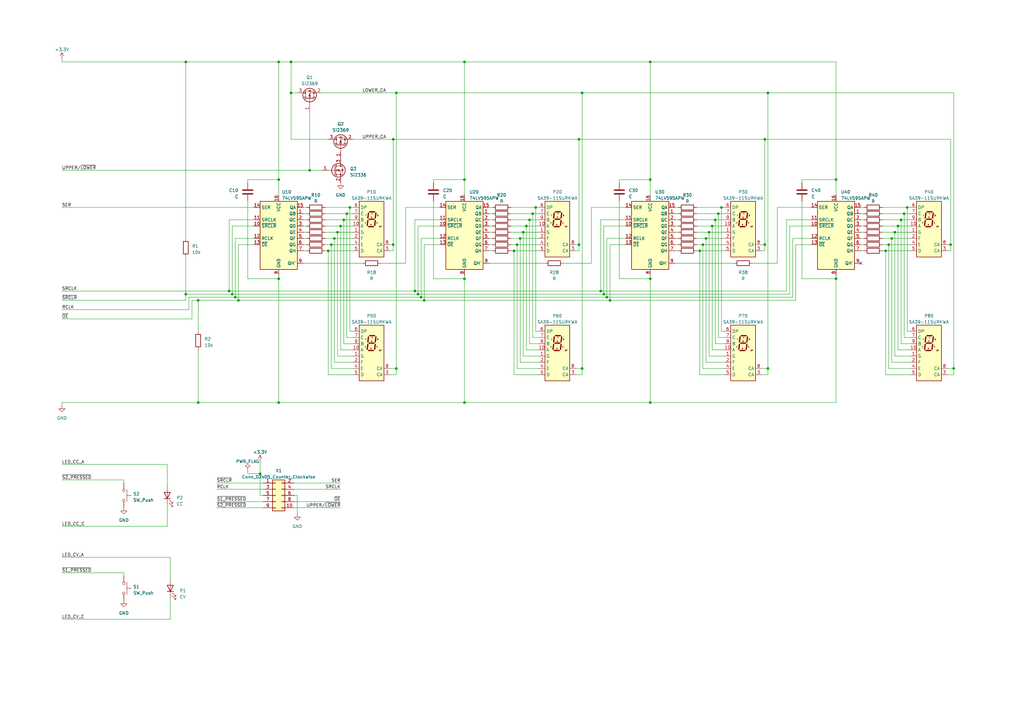
<source format=kicad_sch>
(kicad_sch (version 20230121) (generator eeschema)
  (paper "A3")
  (title_block (title "meterkit development hardware") (date "2023-05-22") (rev "0"))
  (lib_symbols
    (symbol "74xx:74HC595"
      (property "Reference" "U" (at -7.62 13.97 0))
      (property "Value" "74HC595" (at -7.62 -16.51 0))
      (symbol "74HC595_1_0"
        (pin tri_state line (at 10.16 7.62 180) (length 2.54) (name "QB") (number "1"))
        (pin input line (at -10.16 2.54 0) (length 2.54) (name "~{SRCLR}") (number "10"))
        (pin input line (at -10.16 5.08 0) (length 2.54) (name "SRCLK") (number "11"))
        (pin input line (at -10.16 -2.54 0) (length 2.54) (name "RCLK") (number "12"))
        (pin input line (at -10.16 -5.08 0) (length 2.54) (name "~{OE}") (number "13"))
        (pin input line (at -10.16 10.16 0) (length 2.54) (name "SER") (number "14"))
        (pin tri_state line (at 10.16 10.16 180) (length 2.54) (name "QA") (number "15"))
        (pin power_in line (at 0 15.24 270) (length 2.54) (name "VCC") (number "16"))
        (pin tri_state line (at 10.16 5.08 180) (length 2.54) (name "QC") (number "2"))
        (pin tri_state line (at 10.16 2.54 180) (length 2.54) (name "QD") (number "3"))
        (pin tri_state line (at 10.16 0 180) (length 2.54) (name "QE") (number "4"))
        (pin tri_state line (at 10.16 -2.54 180) (length 2.54) (name "QF") (number "5"))
        (pin tri_state line (at 10.16 -5.08 180) (length 2.54) (name "QG") (number "6"))
        (pin tri_state line (at 10.16 -7.62 180) (length 2.54) (name "QH") (number "7"))
        (pin power_in line (at 0 -17.78 90) (length 2.54) (name "GND") (number "8"))
        (pin output line (at 10.16 -12.7 180) (length 2.54) (name "QH'") (number "9"))
      )
      (symbol "74HC595_1_1"
        (rectangle (start -7.62 12.7) (end 7.62 -15.24) (stroke (width 0.254)) (fill (type background)))
      )
    )
    (symbol "Connector_Generic:Conn_02x05_Odd_Even" (pin_names (offset 1.016) hide)
      (property "Reference" "J" (at 1.27 7.62 0))
      (property "Value" "Conn_02x05_Odd_Even" (at 1.27 -7.62 0))
      (symbol "Conn_02x05_Odd_Even_1_1"
        (rectangle (start -1.27 -4.953) (end 0 -5.207) (stroke (width 0.1524)))
        (rectangle (start -1.27 -2.413) (end 0 -2.667) (stroke (width 0.1524)))
        (rectangle (start -1.27 0.127) (end 0 -0.127) (stroke (width 0.1524)))
        (rectangle (start -1.27 2.667) (end 0 2.413) (stroke (width 0.1524)))
        (rectangle (start -1.27 5.207) (end 0 4.953) (stroke (width 0.1524)))
        (rectangle (start -1.27 6.35) (end 3.81 -6.35) (stroke (width 0.254)) (fill (type background)))
        (rectangle (start 3.81 -4.953) (end 2.54 -5.207) (stroke (width 0.1524)))
        (rectangle (start 3.81 -2.413) (end 2.54 -2.667) (stroke (width 0.1524)))
        (rectangle (start 3.81 0.127) (end 2.54 -0.127) (stroke (width 0.1524)))
        (rectangle (start 3.81 2.667) (end 2.54 2.413) (stroke (width 0.1524)))
        (rectangle (start 3.81 5.207) (end 2.54 4.953) (stroke (width 0.1524)))
        (pin passive line (at -5.08 5.08 0) (length 3.81) (name "Pin_1") (number "1"))
        (pin passive line (at 7.62 -5.08 180) (length 3.81) (name "Pin_10") (number "10"))
        (pin passive line (at 7.62 5.08 180) (length 3.81) (name "Pin_2") (number "2"))
        (pin passive line (at -5.08 2.54 0) (length 3.81) (name "Pin_3") (number "3"))
        (pin passive line (at 7.62 2.54 180) (length 3.81) (name "Pin_4") (number "4"))
        (pin passive line (at -5.08 0 0) (length 3.81) (name "Pin_5") (number "5"))
        (pin passive line (at 7.62 0 180) (length 3.81) (name "Pin_6") (number "6"))
        (pin passive line (at -5.08 -2.54 0) (length 3.81) (name "Pin_7") (number "7"))
        (pin passive line (at 7.62 -2.54 180) (length 3.81) (name "Pin_8") (number "8"))
        (pin passive line (at -5.08 -5.08 0) (length 3.81) (name "Pin_9") (number "9"))
      )
    )
    (symbol "Device:C" (pin_numbers hide) (pin_names (offset 0.254))
      (property "Reference" "C" (at 0.635 2.54 0))
      (property "Value" "C" (at 0.635 -2.54 0))
      (symbol "C_0_1"
        (polyline (pts (xy -2.032 -0.762) (xy 2.032 -0.762)) (stroke (width 0.508)))
        (polyline (pts (xy -2.032 0.762) (xy 2.032 0.762)) (stroke (width 0.508)))
      )
      (symbol "C_1_1"
        (pin passive line (at 0 3.81 270) (length 2.794) (name "~") (number "1"))
        (pin passive line (at 0 -3.81 90) (length 2.794) (name "~") (number "2"))
      )
    )
    (symbol "Device:LED" (pin_numbers hide) (pin_names (offset 1.016) hide)
      (property "Reference" "D" (at 0 2.54 0))
      (property "Value" "LED" (at 0 -2.54 0))
      (symbol "LED_0_1"
        (polyline (pts (xy -1.27 -1.27) (xy -1.27 1.27)) (stroke (width 0.254)))
        (polyline (pts (xy -1.27 0) (xy 1.27 0)))
        (polyline (pts (xy 1.27 -1.27) (xy 1.27 1.27) (xy -1.27 0) (xy 1.27 -1.27)) (stroke (width 0.254)))
        (polyline (pts (xy -3.048 -0.762) (xy -4.572 -2.286) (xy -3.81 -2.286) (xy -4.572 -2.286) (xy -4.572 -1.524)))
        (polyline (pts (xy -1.778 -0.762) (xy -3.302 -2.286) (xy -2.54 -2.286) (xy -3.302 -2.286) (xy -3.302 -1.524)))
      )
      (symbol "LED_1_1"
        (pin passive line (at -3.81 0 0) (length 2.54) (name "K") (number "1"))
        (pin passive line (at 3.81 0 180) (length 2.54) (name "A") (number "2"))
      )
    )
    (symbol "Device:Q_NMOS_GSD" (pin_names (offset 0) hide)
      (property "Reference" "Q" (at 5.08 1.27 0))
      (property "Value" "Q_NMOS_GSD" (at 5.08 -1.27 0))
      (symbol "Q_NMOS_GSD_0_1"
        (polyline (pts (xy 0.254 0) (xy -2.54 0)))
        (polyline (pts (xy 0.254 1.905) (xy 0.254 -1.905)) (stroke (width 0.254)))
        (polyline (pts (xy 0.762 -1.27) (xy 0.762 -2.286)) (stroke (width 0.254)))
        (polyline (pts (xy 0.762 0.508) (xy 0.762 -0.508)) (stroke (width 0.254)))
        (polyline (pts (xy 0.762 2.286) (xy 0.762 1.27)) (stroke (width 0.254)))
        (polyline (pts (xy 2.54 2.54) (xy 2.54 1.778)))
        (polyline (pts (xy 2.54 -2.54) (xy 2.54 0) (xy 0.762 0)))
        (polyline (pts (xy 0.762 -1.778) (xy 3.302 -1.778) (xy 3.302 1.778) (xy 0.762 1.778)))
        (polyline (pts (xy 1.016 0) (xy 2.032 0.381) (xy 2.032 -0.381) (xy 1.016 0)) (fill (type outline)))
        (polyline (pts (xy 2.794 0.508) (xy 2.921 0.381) (xy 3.683 0.381) (xy 3.81 0.254)))
        (polyline (pts (xy 3.302 0.381) (xy 2.921 -0.254) (xy 3.683 -0.254) (xy 3.302 0.381)))
        (circle (center 1.651 0) (radius 2.794) (stroke (width 0.254)))
        (circle (center 2.54 -1.778) (radius 0.254) (fill (type outline)))
        (circle (center 2.54 1.778) (radius 0.254) (fill (type outline)))
      )
      (symbol "Q_NMOS_GSD_1_1"
        (pin input line (at -5.08 0 0) (length 2.54) (name "G") (number "1"))
        (pin passive line (at 2.54 -5.08 90) (length 2.54) (name "S") (number "2"))
        (pin passive line (at 2.54 5.08 270) (length 2.54) (name "D") (number "3"))
      )
    )
    (symbol "Device:Q_PMOS_GSD" (pin_names (offset 0) hide)
      (property "Reference" "Q" (at 5.08 1.27 0))
      (property "Value" "Q_PMOS_GSD" (at 5.08 -1.27 0))
      (symbol "Q_PMOS_GSD_0_1"
        (polyline (pts (xy 0.254 0) (xy -2.54 0)))
        (polyline (pts (xy 0.254 1.905) (xy 0.254 -1.905)) (stroke (width 0.254)))
        (polyline (pts (xy 0.762 -1.27) (xy 0.762 -2.286)) (stroke (width 0.254)))
        (polyline (pts (xy 0.762 0.508) (xy 0.762 -0.508)) (stroke (width 0.254)))
        (polyline (pts (xy 0.762 2.286) (xy 0.762 1.27)) (stroke (width 0.254)))
        (polyline (pts (xy 2.54 2.54) (xy 2.54 1.778)))
        (polyline (pts (xy 2.54 -2.54) (xy 2.54 0) (xy 0.762 0)))
        (polyline (pts (xy 0.762 1.778) (xy 3.302 1.778) (xy 3.302 -1.778) (xy 0.762 -1.778)))
        (polyline (pts (xy 2.286 0) (xy 1.27 0.381) (xy 1.27 -0.381) (xy 2.286 0)) (fill (type outline)))
        (polyline (pts (xy 2.794 -0.508) (xy 2.921 -0.381) (xy 3.683 -0.381) (xy 3.81 -0.254)))
        (polyline (pts (xy 3.302 -0.381) (xy 2.921 0.254) (xy 3.683 0.254) (xy 3.302 -0.381)))
        (circle (center 1.651 0) (radius 2.794) (stroke (width 0.254)))
        (circle (center 2.54 -1.778) (radius 0.254) (fill (type outline)))
        (circle (center 2.54 1.778) (radius 0.254) (fill (type outline)))
      )
      (symbol "Q_PMOS_GSD_1_1"
        (pin input line (at -5.08 0 0) (length 2.54) (name "G") (number "1"))
        (pin passive line (at 2.54 -5.08 90) (length 2.54) (name "S") (number "2"))
        (pin passive line (at 2.54 5.08 270) (length 2.54) (name "D") (number "3"))
      )
    )
    (symbol "Device:R" (pin_numbers hide) (pin_names (offset 0))
      (property "Reference" "R" (at 2.032 0 90))
      (property "Value" "R" (at 0 0 90))
      (symbol "R_0_1"
        (rectangle (start -1.016 -2.54) (end 1.016 2.54) (stroke (width 0.254)))
      )
      (symbol "R_1_1"
        (pin passive line (at 0 3.81 270) (length 1.27) (name "~") (number "1"))
        (pin passive line (at 0 -3.81 90) (length 1.27) (name "~") (number "2"))
      )
    )
    (symbol "Switch:SW_Push" (pin_numbers hide) (pin_names (offset 1.016) hide)
      (property "Reference" "SW" (at 1.27 2.54 0))
      (property "Value" "SW_Push" (at 0 -1.524 0))
      (symbol "SW_Push_0_1"
        (circle (center -2.032 0) (radius 0.508))
        (polyline (pts (xy 0 1.27) (xy 0 3.048)))
        (polyline (pts (xy 2.54 1.27) (xy -2.54 1.27)))
        (circle (center 2.032 0) (radius 0.508))
        (pin passive line (at -5.08 0 0) (length 2.54) (name "1") (number "1"))
        (pin passive line (at 5.08 0 180) (length 2.54) (name "2") (number "2"))
      )
    )
    (symbol "meterkit:7segment1digit"
      (property "Reference" "P?" (at 0 13.97 0))
      (property "Value" "SA39-11SURKWA" (at 0 11.43 0))
      (symbol "7segment1digit_1_0"
        (text "A" (at 0.254 5.08 0) (effects (font (size 0.508 0.508))))
        (text "B" (at 2.54 4.318 0) (effects (font (size 0.508 0.508))))
        (text "C" (at 2.286 1.27 0) (effects (font (size 0.508 0.508))))
        (text "D" (at -0.254 0.508 0) (effects (font (size 0.508 0.508))))
        (text "DP" (at 3.556 -0.254 0) (effects (font (size 0.508 0.508))))
        (text "E" (at -2.54 1.27 0) (effects (font (size 0.508 0.508))))
        (text "F" (at -2.286 4.318 0) (effects (font (size 0.508 0.508))))
        (text "G" (at 0 3.556 0) (effects (font (size 0.508 0.508))))
      )
      (symbol "7segment1digit_1_1"
        (rectangle (start -5.08 10.16) (end 5.08 -12.7) (stroke (width 0.254)) (fill (type background)))
        (polyline (pts (xy -1.524 2.286) (xy -1.778 0.254)) (stroke (width 0.508)))
        (polyline (pts (xy -1.27 -0.254) (xy 0.762 -0.254)) (stroke (width 0.508)))
        (polyline (pts (xy -1.27 5.334) (xy -1.524 3.302)) (stroke (width 0.508)))
        (polyline (pts (xy -1.016 2.794) (xy 1.016 2.794)) (stroke (width 0.508)))
        (polyline (pts (xy -0.762 5.842) (xy 1.27 5.842)) (stroke (width 0.508)))
        (polyline (pts (xy 1.524 2.286) (xy 1.27 0.254)) (stroke (width 0.508)))
        (polyline (pts (xy 1.778 5.334) (xy 1.524 3.302)) (stroke (width 0.508)))
        (polyline (pts (xy 2.54 -0.254) (xy 2.54 -0.254)) (stroke (width 0.508)))
        (pin input line (at -7.62 -2.54 0) (length 2.54) (name "G") (number "1"))
        (pin input line (at -7.62 0 0) (length 2.54) (name "A") (number "10"))
        (pin input line (at -7.62 -5.08 0) (length 2.54) (name "F") (number "2"))
        (pin input line (at 7.62 -10.16 180) (length 2.54) (name "CA") (number "3"))
        (pin input line (at -7.62 -7.62 0) (length 2.54) (name "E") (number "4"))
        (pin input line (at -7.62 -10.16 0) (length 2.54) (name "D") (number "5"))
        (pin input line (at -7.62 7.62 0) (length 2.54) (name "DP") (number "6"))
        (pin input line (at -7.62 5.08 0) (length 2.54) (name "C") (number "7"))
        (pin input line (at 7.62 -7.62 180) (length 2.54) (name "CA") (number "8"))
        (pin input line (at -7.62 2.54 0) (length 2.54) (name "B") (number "9"))
      )
    )
    (symbol "power:+3.3V" (power) (pin_names (offset 0))
      (property "Value" "+3.3V" (at 0 3.556 0))
      (symbol "+3.3V_0_1"
        (polyline (pts (xy -0.762 1.27) (xy 0 2.54)))
        (polyline (pts (xy 0 0) (xy 0 2.54)))
        (polyline (pts (xy 0 2.54) (xy 0.762 1.27)))
      )
      (symbol "+3.3V_1_1"
        (pin power_in line (at 0 0 90) (length 0) hide (name "+3.3V") (number "1"))
      )
    )
    (symbol "power:GND" (power) (pin_names (offset 0))
      (property "Value" "GND" (at 0 -3.81 0))
      (symbol "GND_0_1"
        (polyline (pts (xy 0 0) (xy 0 -1.27) (xy 1.27 -1.27) (xy 0 -2.54) (xy -1.27 -1.27) (xy 0 -1.27)))
      )
      (symbol "GND_1_1"
        (pin power_in line (at 0 0 270) (length 0) hide (name "GND") (number "1"))
      )
    )
    (symbol "power:PWR_FLAG" (power) (pin_numbers hide) (pin_names (offset 0) hide)
      (property "Value" "PWR_FLAG" (at 0 3.81 0))
      (symbol "PWR_FLAG_0_0"
        (pin power_out line (at 0 0 90) (length 0) (name "pwr") (number "1"))
      )
      (symbol "PWR_FLAG_0_1"
        (polyline (pts (xy 0 0) (xy 0 1.27) (xy -1.016 1.905) (xy 0 2.54) (xy 1.016 1.905) (xy 0 1.27)))
      )
    )
  )
  (junction (at 161.29 100.33))
  (junction (at 137.16 97.79))
  (junction (at 190.5 73.66))
  (junction (at 135.89 100.33))
  (junction (at 238.76 151.13))
  (junction (at 342.9 114.3))
  (junction (at 140.97 90.17))
  (junction (at 119.38 25.4))
  (junction (at 237.49 57.15))
  (junction (at 114.3 165.1))
  (junction (at 266.7 25.4))
  (junction (at 289.56 97.79))
  (junction (at 292.1 92.71))
  (junction (at 172.72 121.92))
  (junction (at 127 69.85))
  (junction (at 370.84 87.63))
  (junction (at 95.25 120.65))
  (junction (at 76.2 25.4))
  (junction (at 119.38 38.1))
  (junction (at 295.91 85.09))
  (junction (at 142.24 87.63))
  (junction (at 106.68 194.31))
  (junction (at 138.43 95.25))
  (junction (at 170.18 119.38))
  (junction (at 114.3 73.66))
  (junction (at 266.7 73.66))
  (junction (at 364.49 100.33))
  (junction (at 314.96 151.13))
  (junction (at 81.28 123.19))
  (junction (at 190.5 165.1))
  (junction (at 213.36 97.79))
  (junction (at 367.03 95.25))
  (junction (at 313.69 100.33))
  (junction (at 215.9 92.71))
  (junction (at 134.62 102.87))
  (junction (at 96.52 121.92))
  (junction (at 293.37 90.17))
  (junction (at 250.19 123.19))
  (junction (at 114.3 114.3))
  (junction (at 218.44 87.63))
  (junction (at 369.57 90.17))
  (junction (at 161.29 57.15))
  (junction (at 173.99 123.19))
  (junction (at 290.83 95.25))
  (junction (at 210.82 102.87))
  (junction (at 294.64 87.63))
  (junction (at 266.7 165.1))
  (junction (at 313.69 57.15))
  (junction (at 190.5 114.3))
  (junction (at 162.56 151.13))
  (junction (at 139.7 92.71))
  (junction (at 143.51 85.09))
  (junction (at 246.38 119.38))
  (junction (at 248.92 121.92))
  (junction (at 391.16 151.13))
  (junction (at 237.49 100.33))
  (junction (at 93.98 119.38))
  (junction (at 363.22 102.87))
  (junction (at 219.71 85.09))
  (junction (at 171.45 120.65))
  (junction (at 162.56 38.1))
  (junction (at 314.96 38.1))
  (junction (at 238.76 38.1))
  (junction (at 288.29 100.33))
  (junction (at 266.7 114.3))
  (junction (at 190.5 25.4))
  (junction (at 368.3 92.71))
  (junction (at 212.09 100.33))
  (junction (at 287.02 102.87))
  (junction (at 217.17 90.17))
  (junction (at 214.63 95.25))
  (junction (at 114.3 25.4))
  (junction (at 76.2 120.65))
  (junction (at 365.76 97.79))
  (junction (at 97.79 123.19))
  (junction (at 81.28 165.1))
  (junction (at 389.89 100.33))
  (junction (at 372.11 85.09))
  (junction (at 342.9 73.66))
  (junction (at 247.65 120.65))
  (no_connect (at 353.06 107.95))
  (wire (pts (xy 361.95 90.17) (xy 369.57 90.17)))
  (wire (pts (xy 266.7 165.1) (xy 266.7 114.3)))
  (wire (pts (xy 172.72 97.79) (xy 172.72 121.92)))
  (wire (pts (xy 361.95 97.79) (xy 365.76 97.79)))
  (wire (pts (xy 138.43 95.25) (xy 144.78 95.25)))
  (wire (pts (xy 373.38 135.89) (xy 372.11 135.89)))
  (wire (pts (xy 25.4 190.5) (xy 68.58 190.5)))
  (wire (pts (xy 177.8 73.66) (xy 190.5 73.66)))
  (wire (pts (xy 217.17 90.17) (xy 217.17 140.97)))
  (wire (pts (xy 361.95 95.25) (xy 367.03 95.25)))
  (wire (pts (xy 125.73 102.87) (xy 124.46 102.87)))
  (wire (pts (xy 134.62 153.67) (xy 144.78 153.67)))
  (wire (pts (xy 161.29 100.33) (xy 161.29 102.87)))
  (wire (pts (xy 236.22 153.67) (xy 238.76 153.67)))
  (wire (pts (xy 312.42 153.67) (xy 314.96 153.67)))
  (wire (pts (xy 328.93 73.66) (xy 342.9 73.66)))
  (wire (pts (xy 214.63 146.05) (xy 220.98 146.05)))
  (wire (pts (xy 217.17 140.97) (xy 220.98 140.97)))
  (wire (pts (xy 210.82 102.87) (xy 209.55 102.87)))
  (wire (pts (xy 134.62 57.15) (xy 119.38 57.15)))
  (wire (pts (xy 266.7 73.66) (xy 266.7 80.01)))
  (wire (pts (xy 289.56 148.59) (xy 289.56 97.79)))
  (wire (pts (xy 119.38 25.4) (xy 119.38 38.1)))
  (wire (pts (xy 135.89 100.33) (xy 144.78 100.33)))
  (wire (pts (xy 114.3 165.1) (xy 190.5 165.1)))
  (wire (pts (xy 361.95 87.63) (xy 370.84 87.63)))
  (wire (pts (xy 287.02 153.67) (xy 287.02 102.87)))
  (wire (pts (xy 328.93 82.55) (xy 328.93 114.3)))
  (wire (pts (xy 250.19 100.33) (xy 250.19 123.19)))
  (wire (pts (xy 143.51 85.09) (xy 133.35 85.09)))
  (wire (pts (xy 220.98 85.09) (xy 219.71 85.09)))
  (wire (pts (xy 364.49 151.13) (xy 373.38 151.13)))
  (wire (pts (xy 363.22 153.67) (xy 363.22 102.87)))
  (wire (pts (xy 256.54 85.09) (xy 242.57 85.09)))
  (wire (pts (xy 254 82.55) (xy 254 114.3)))
  (wire (pts (xy 367.03 146.05) (xy 367.03 95.25)))
  (wire (pts (xy 173.99 100.33) (xy 173.99 123.19)))
  (wire (pts (xy 367.03 95.25) (xy 373.38 95.25)))
  (wire (pts (xy 127 45.72) (xy 127 69.85)))
  (wire (pts (xy 236.22 100.33) (xy 237.49 100.33)))
  (wire (pts (xy 332.74 90.17) (xy 322.58 90.17)))
  (wire (pts (xy 247.65 120.65) (xy 323.85 120.65)))
  (wire (pts (xy 373.38 85.09) (xy 372.11 85.09)))
  (wire (pts (xy 238.76 151.13) (xy 238.76 38.1)))
  (wire (pts (xy 288.29 151.13) (xy 297.18 151.13)))
  (wire (pts (xy 170.18 119.38) (xy 246.38 119.38)))
  (wire (pts (xy 369.57 90.17) (xy 373.38 90.17)))
  (wire (pts (xy 278.13 102.87) (xy 276.86 102.87)))
  (wire (pts (xy 180.34 92.71) (xy 171.45 92.71)))
  (wire (pts (xy 220.98 102.87) (xy 210.82 102.87)))
  (wire (pts (xy 76.2 105.41) (xy 76.2 120.65)))
  (wire (pts (xy 120.65 205.74) (xy 139.7 205.74)))
  (wire (pts (xy 106.68 194.31) (xy 101.6 194.31)))
  (wire (pts (xy 231.14 107.95) (xy 242.57 107.95)))
  (wire (pts (xy 361.95 102.87) (xy 363.22 102.87)))
  (wire (pts (xy 119.38 57.15) (xy 119.38 38.1)))
  (wire (pts (xy 96.52 121.92) (xy 172.72 121.92)))
  (wire (pts (xy 266.7 165.1) (xy 342.9 165.1)))
  (wire (pts (xy 114.3 114.3) (xy 114.3 165.1)))
  (wire (pts (xy 278.13 97.79) (xy 276.86 97.79)))
  (wire (pts (xy 292.1 143.51) (xy 297.18 143.51)))
  (wire (pts (xy 372.11 85.09) (xy 361.95 85.09)))
  (wire (pts (xy 246.38 90.17) (xy 246.38 119.38)))
  (wire (pts (xy 125.73 85.09) (xy 124.46 85.09)))
  (wire (pts (xy 388.62 102.87) (xy 389.89 102.87)))
  (wire (pts (xy 354.33 102.87) (xy 353.06 102.87)))
  (wire (pts (xy 389.89 100.33) (xy 389.89 102.87)))
  (wire (pts (xy 297.18 87.63) (xy 294.64 87.63)))
  (wire (pts (xy 201.93 92.71) (xy 200.66 92.71)))
  (wire (pts (xy 215.9 92.71) (xy 215.9 143.51)))
  (wire (pts (xy 101.6 114.3) (xy 114.3 114.3)))
  (wire (pts (xy 212.09 100.33) (xy 212.09 151.13)))
  (wire (pts (xy 119.38 25.4) (xy 190.5 25.4)))
  (wire (pts (xy 25.4 24.13) (xy 25.4 25.4)))
  (wire (pts (xy 25.4 254) (xy 69.85 254)))
  (wire (pts (xy 312.42 151.13) (xy 314.96 151.13)))
  (wire (pts (xy 135.89 100.33) (xy 133.35 100.33)))
  (wire (pts (xy 190.5 25.4) (xy 266.7 25.4)))
  (wire (pts (xy 314.96 151.13) (xy 314.96 153.67)))
  (wire (pts (xy 104.14 97.79) (xy 96.52 97.79)))
  (wire (pts (xy 293.37 140.97) (xy 293.37 90.17)))
  (wire (pts (xy 365.76 148.59) (xy 373.38 148.59)))
  (wire (pts (xy 256.54 100.33) (xy 250.19 100.33)))
  (wire (pts (xy 388.62 151.13) (xy 391.16 151.13)))
  (wire (pts (xy 68.58 199.39) (xy 68.58 190.5)))
  (wire (pts (xy 287.02 102.87) (xy 285.75 102.87)))
  (wire (pts (xy 278.13 95.25) (xy 276.86 95.25)))
  (wire (pts (xy 278.13 85.09) (xy 276.86 85.09)))
  (wire (pts (xy 236.22 102.87) (xy 237.49 102.87)))
  (wire (pts (xy 247.65 92.71) (xy 247.65 120.65)))
  (wire (pts (xy 297.18 95.25) (xy 290.83 95.25)))
  (wire (pts (xy 254 114.3) (xy 266.7 114.3)))
  (wire (pts (xy 190.5 25.4) (xy 190.5 73.66)))
  (wire (pts (xy 391.16 151.13) (xy 391.16 153.67)))
  (wire (pts (xy 139.7 143.51) (xy 144.78 143.51)))
  (wire (pts (xy 144.78 57.15) (xy 161.29 57.15)))
  (wire (pts (xy 135.89 151.13) (xy 144.78 151.13)))
  (wire (pts (xy 256.54 92.71) (xy 247.65 92.71)))
  (wire (pts (xy 114.3 25.4) (xy 114.3 73.66)))
  (wire (pts (xy 77.47 121.92) (xy 96.52 121.92)))
  (wire (pts (xy 162.56 38.1) (xy 162.56 151.13)))
  (wire (pts (xy 214.63 95.25) (xy 214.63 146.05)))
  (wire (pts (xy 290.83 146.05) (xy 290.83 95.25)))
  (wire (pts (xy 295.91 85.09) (xy 285.75 85.09)))
  (wire (pts (xy 125.73 95.25) (xy 124.46 95.25)))
  (wire (pts (xy 137.16 97.79) (xy 144.78 97.79)))
  (wire (pts (xy 114.3 113.03) (xy 114.3 114.3)))
  (wire (pts (xy 354.33 90.17) (xy 353.06 90.17)))
  (wire (pts (xy 332.74 100.33) (xy 326.39 100.33)))
  (wire (pts (xy 312.42 100.33) (xy 313.69 100.33)))
  (wire (pts (xy 213.36 97.79) (xy 213.36 148.59)))
  (wire (pts (xy 290.83 146.05) (xy 297.18 146.05)))
  (wire (pts (xy 287.02 153.67) (xy 297.18 153.67)))
  (wire (pts (xy 76.2 25.4) (xy 114.3 25.4)))
  (wire (pts (xy 138.43 146.05) (xy 138.43 95.25)))
  (wire (pts (xy 313.69 100.33) (xy 313.69 102.87)))
  (wire (pts (xy 201.93 102.87) (xy 200.66 102.87)))
  (wire (pts (xy 293.37 90.17) (xy 285.75 90.17)))
  (wire (pts (xy 140.97 90.17) (xy 144.78 90.17)))
  (wire (pts (xy 25.4 85.09) (xy 104.14 85.09)))
  (wire (pts (xy 125.73 97.79) (xy 124.46 97.79)))
  (wire (pts (xy 25.4 228.6) (xy 69.85 228.6)))
  (wire (pts (xy 363.22 153.67) (xy 373.38 153.67)))
  (wire (pts (xy 365.76 148.59) (xy 365.76 97.79)))
  (wire (pts (xy 106.68 194.31) (xy 106.68 203.2)))
  (wire (pts (xy 214.63 95.25) (xy 209.55 95.25)))
  (wire (pts (xy 332.74 97.79) (xy 325.12 97.79)))
  (wire (pts (xy 50.8 196.85) (xy 50.8 198.12)))
  (wire (pts (xy 365.76 97.79) (xy 373.38 97.79)))
  (wire (pts (xy 76.2 120.65) (xy 95.25 120.65)))
  (wire (pts (xy 256.54 97.79) (xy 248.92 97.79)))
  (wire (pts (xy 25.4 196.85) (xy 50.8 196.85)))
  (wire (pts (xy 288.29 151.13) (xy 288.29 100.33)))
  (wire (pts (xy 295.91 85.09) (xy 295.91 135.89)))
  (wire (pts (xy 332.74 92.71) (xy 323.85 92.71)))
  (wire (pts (xy 218.44 87.63) (xy 218.44 138.43)))
  (wire (pts (xy 125.73 87.63) (xy 124.46 87.63)))
  (wire (pts (xy 177.8 82.55) (xy 177.8 114.3)))
  (wire (pts (xy 95.25 92.71) (xy 95.25 120.65)))
  (wire (pts (xy 242.57 85.09) (xy 242.57 107.95)))
  (wire (pts (xy 190.5 165.1) (xy 266.7 165.1)))
  (wire (pts (xy 171.45 92.71) (xy 171.45 120.65)))
  (wire (pts (xy 328.93 74.93) (xy 328.93 73.66)))
  (wire (pts (xy 162.56 151.13) (xy 162.56 153.67)))
  (wire (pts (xy 292.1 143.51) (xy 292.1 92.71)))
  (wire (pts (xy 190.5 114.3) (xy 190.5 165.1)))
  (wire (pts (xy 125.73 92.71) (xy 124.46 92.71)))
  (wire (pts (xy 180.34 90.17) (xy 170.18 90.17)))
  (wire (pts (xy 107.95 203.2) (xy 106.68 203.2)))
  (wire (pts (xy 142.24 87.63) (xy 144.78 87.63)))
  (wire (pts (xy 137.16 97.79) (xy 133.35 97.79)))
  (wire (pts (xy 278.13 87.63) (xy 276.86 87.63)))
  (wire (pts (xy 370.84 138.43) (xy 373.38 138.43)))
  (wire (pts (xy 372.11 85.09) (xy 372.11 135.89)))
  (wire (pts (xy 177.8 74.93) (xy 177.8 73.66)))
  (wire (pts (xy 212.09 100.33) (xy 209.55 100.33)))
  (wire (pts (xy 218.44 87.63) (xy 209.55 87.63)))
  (wire (pts (xy 25.4 127) (xy 77.47 127)))
  (wire (pts (xy 219.71 85.09) (xy 209.55 85.09)))
  (wire (pts (xy 238.76 38.1) (xy 162.56 38.1)))
  (wire (pts (xy 25.4 165.1) (xy 25.4 166.37)))
  (wire (pts (xy 127 69.85) (xy 132.08 69.85)))
  (wire (pts (xy 25.4 234.95) (xy 50.8 234.95)))
  (wire (pts (xy 297.18 102.87) (xy 287.02 102.87)))
  (wire (pts (xy 101.6 73.66) (xy 101.6 74.93)))
  (wire (pts (xy 332.74 85.09) (xy 318.77 85.09)))
  (wire (pts (xy 25.4 123.19) (xy 76.2 123.19)))
  (wire (pts (xy 125.73 90.17) (xy 124.46 90.17)))
  (wire (pts (xy 107.95 198.12) (xy 88.9 198.12)))
  (wire (pts (xy 288.29 100.33) (xy 285.75 100.33)))
  (wire (pts (xy 104.14 92.71) (xy 95.25 92.71)))
  (wire (pts (xy 107.95 200.66) (xy 88.9 200.66)))
  (wire (pts (xy 180.34 85.09) (xy 166.37 85.09)))
  (wire (pts (xy 342.9 25.4) (xy 342.9 73.66)))
  (wire (pts (xy 101.6 82.55) (xy 101.6 114.3)))
  (wire (pts (xy 370.84 87.63) (xy 370.84 138.43)))
  (wire (pts (xy 220.98 135.89) (xy 219.71 135.89)))
  (wire (pts (xy 25.4 165.1) (xy 81.28 165.1)))
  (wire (pts (xy 389.89 57.15) (xy 389.89 100.33)))
  (wire (pts (xy 160.02 153.67) (xy 162.56 153.67)))
  (wire (pts (xy 220.98 97.79) (xy 213.36 97.79)))
  (wire (pts (xy 166.37 85.09) (xy 166.37 107.95)))
  (wire (pts (xy 93.98 119.38) (xy 170.18 119.38)))
  (wire (pts (xy 238.76 151.13) (xy 238.76 153.67)))
  (wire (pts (xy 161.29 57.15) (xy 161.29 100.33)))
  (wire (pts (xy 368.3 92.71) (xy 368.3 143.51)))
  (wire (pts (xy 361.95 100.33) (xy 364.49 100.33)))
  (wire (pts (xy 220.98 87.63) (xy 218.44 87.63)))
  (wire (pts (xy 342.9 73.66) (xy 342.9 80.01)))
  (wire (pts (xy 106.68 189.23) (xy 106.68 194.31)))
  (wire (pts (xy 139.7 92.71) (xy 144.78 92.71)))
  (wire (pts (xy 323.85 92.71) (xy 323.85 120.65)))
  (wire (pts (xy 236.22 151.13) (xy 238.76 151.13)))
  (wire (pts (xy 142.24 138.43) (xy 144.78 138.43)))
  (wire (pts (xy 190.5 73.66) (xy 190.5 80.01)))
  (wire (pts (xy 101.6 193.04) (xy 101.6 194.31)))
  (wire (pts (xy 290.83 95.25) (xy 285.75 95.25)))
  (wire (pts (xy 297.18 135.89) (xy 295.91 135.89)))
  (wire (pts (xy 368.3 143.51) (xy 373.38 143.51)))
  (wire (pts (xy 289.56 148.59) (xy 297.18 148.59)))
  (wire (pts (xy 220.98 90.17) (xy 217.17 90.17)))
  (wire (pts (xy 369.57 140.97) (xy 373.38 140.97)))
  (wire (pts (xy 354.33 87.63) (xy 353.06 87.63)))
  (wire (pts (xy 370.84 87.63) (xy 373.38 87.63)))
  (wire (pts (xy 121.92 203.2) (xy 121.92 210.82)))
  (wire (pts (xy 120.65 200.66) (xy 139.7 200.66)))
  (wire (pts (xy 160.02 102.87) (xy 161.29 102.87)))
  (wire (pts (xy 81.28 165.1) (xy 114.3 165.1)))
  (wire (pts (xy 180.34 100.33) (xy 173.99 100.33)))
  (wire (pts (xy 328.93 114.3) (xy 342.9 114.3)))
  (wire (pts (xy 213.36 97.79) (xy 209.55 97.79)))
  (wire (pts (xy 312.42 102.87) (xy 313.69 102.87)))
  (wire (pts (xy 140.97 90.17) (xy 140.97 140.97)))
  (wire (pts (xy 276.86 107.95) (xy 300.99 107.95)))
  (wire (pts (xy 354.33 95.25) (xy 353.06 95.25)))
  (wire (pts (xy 201.93 90.17) (xy 200.66 90.17)))
  (wire (pts (xy 125.73 100.33) (xy 124.46 100.33)))
  (wire (pts (xy 361.95 92.71) (xy 368.3 92.71)))
  (wire (pts (xy 137.16 148.59) (xy 137.16 97.79)))
  (wire (pts (xy 325.12 97.79) (xy 325.12 121.92)))
  (wire (pts (xy 318.77 85.09) (xy 318.77 107.95)))
  (wire (pts (xy 368.3 92.71) (xy 373.38 92.71)))
  (wire (pts (xy 314.96 38.1) (xy 238.76 38.1)))
  (wire (pts (xy 308.61 107.95) (xy 318.77 107.95)))
  (wire (pts (xy 25.4 69.85) (xy 127 69.85)))
  (wire (pts (xy 77.47 121.92) (xy 77.47 127)))
  (wire (pts (xy 177.8 114.3) (xy 190.5 114.3)))
  (wire (pts (xy 190.5 113.03) (xy 190.5 114.3)))
  (wire (pts (xy 364.49 100.33) (xy 373.38 100.33)))
  (wire (pts (xy 69.85 237.49) (xy 69.85 228.6)))
  (wire (pts (xy 266.7 114.3) (xy 266.7 113.03)))
  (wire (pts (xy 213.36 148.59) (xy 220.98 148.59)))
  (wire (pts (xy 69.85 245.11) (xy 69.85 254)))
  (wire (pts (xy 104.14 90.17) (xy 93.98 90.17)))
  (wire (pts (xy 294.64 138.43) (xy 297.18 138.43)))
  (wire (pts (xy 156.21 107.95) (xy 166.37 107.95)))
  (wire (pts (xy 120.65 198.12) (xy 139.7 198.12)))
  (wire (pts (xy 369.57 140.97) (xy 369.57 90.17)))
  (wire (pts (xy 201.93 87.63) (xy 200.66 87.63)))
  (wire (pts (xy 391.16 38.1) (xy 391.16 151.13)))
  (wire (pts (xy 217.17 90.17) (xy 209.55 90.17)))
  (wire (pts (xy 95.25 120.65) (xy 171.45 120.65)))
  (wire (pts (xy 294.64 138.43) (xy 294.64 87.63)))
  (wire (pts (xy 139.7 92.71) (xy 133.35 92.71)))
  (wire (pts (xy 289.56 97.79) (xy 285.75 97.79)))
  (wire (pts (xy 76.2 123.19) (xy 76.2 120.65)))
  (wire (pts (xy 220.98 92.71) (xy 215.9 92.71)))
  (wire (pts (xy 81.28 123.19) (xy 81.28 135.89)))
  (wire (pts (xy 219.71 85.09) (xy 219.71 135.89)))
  (wire (pts (xy 76.2 97.79) (xy 76.2 25.4)))
  (wire (pts (xy 114.3 73.66) (xy 114.3 80.01)))
  (wire (pts (xy 254 74.93) (xy 254 73.66)))
  (wire (pts (xy 220.98 100.33) (xy 212.09 100.33)))
  (wire (pts (xy 114.3 25.4) (xy 119.38 25.4)))
  (wire (pts (xy 342.9 114.3) (xy 342.9 113.03)))
  (wire (pts (xy 210.82 102.87) (xy 210.82 153.67)))
  (wire (pts (xy 25.4 130.81) (xy 78.74 130.81)))
  (wire (pts (xy 254 73.66) (xy 266.7 73.66)))
  (wire (pts (xy 81.28 143.51) (xy 81.28 165.1)))
  (wire (pts (xy 68.58 207.01) (xy 68.58 215.9)))
  (wire (pts (xy 354.33 85.09) (xy 353.06 85.09)))
  (wire (pts (xy 342.9 165.1) (xy 342.9 114.3)))
  (wire (pts (xy 293.37 140.97) (xy 297.18 140.97)))
  (wire (pts (xy 170.18 90.17) (xy 170.18 119.38)))
  (wire (pts (xy 313.69 57.15) (xy 389.89 57.15)))
  (wire (pts (xy 139.7 143.51) (xy 139.7 92.71)))
  (wire (pts (xy 171.45 120.65) (xy 247.65 120.65)))
  (wire (pts (xy 250.19 123.19) (xy 173.99 123.19)))
  (wire (pts (xy 201.93 85.09) (xy 200.66 85.09)))
  (wire (pts (xy 237.49 57.15) (xy 237.49 100.33)))
  (wire (pts (xy 140.97 90.17) (xy 133.35 90.17)))
  (wire (pts (xy 25.4 119.38) (xy 93.98 119.38)))
  (wire (pts (xy 143.51 85.09) (xy 143.51 135.89)))
  (wire (pts (xy 220.98 95.25) (xy 214.63 95.25)))
  (wire (pts (xy 78.74 123.19) (xy 78.74 130.81)))
  (wire (pts (xy 294.64 87.63) (xy 285.75 87.63)))
  (wire (pts (xy 134.62 153.67) (xy 134.62 102.87)))
  (wire (pts (xy 292.1 92.71) (xy 285.75 92.71)))
  (wire (pts (xy 322.58 90.17) (xy 322.58 119.38)))
  (wire (pts (xy 256.54 90.17) (xy 246.38 90.17)))
  (wire (pts (xy 354.33 97.79) (xy 353.06 97.79)))
  (wire (pts (xy 297.18 85.09) (xy 295.91 85.09)))
  (wire (pts (xy 172.72 121.92) (xy 248.92 121.92)))
  (wire (pts (xy 388.62 153.67) (xy 391.16 153.67)))
  (wire (pts (xy 364.49 151.13) (xy 364.49 100.33)))
  (wire (pts (xy 93.98 90.17) (xy 93.98 119.38)))
  (wire (pts (xy 326.39 100.33) (xy 326.39 123.19)))
  (wire (pts (xy 114.3 73.66) (xy 101.6 73.66)))
  (wire (pts (xy 142.24 138.43) (xy 142.24 87.63)))
  (wire (pts (xy 120.65 208.28) (xy 139.7 208.28)))
  (wire (pts (xy 278.13 100.33) (xy 276.86 100.33)))
  (wire (pts (xy 354.33 100.33) (xy 353.06 100.33)))
  (wire (pts (xy 161.29 57.15) (xy 237.49 57.15)))
  (wire (pts (xy 314.96 38.1) (xy 314.96 151.13)))
  (wire (pts (xy 137.16 148.59) (xy 144.78 148.59)))
  (wire (pts (xy 326.39 123.19) (xy 250.19 123.19)))
  (wire (pts (xy 278.13 90.17) (xy 276.86 90.17)))
  (wire (pts (xy 212.09 151.13) (xy 220.98 151.13)))
  (wire (pts (xy 107.95 205.74) (xy 88.9 205.74)))
  (wire (pts (xy 140.97 140.97) (xy 144.78 140.97)))
  (wire (pts (xy 160.02 151.13) (xy 162.56 151.13)))
  (wire (pts (xy 104.14 100.33) (xy 97.79 100.33)))
  (wire (pts (xy 266.7 25.4) (xy 342.9 25.4)))
  (wire (pts (xy 388.62 100.33) (xy 389.89 100.33)))
  (wire (pts (xy 297.18 100.33) (xy 288.29 100.33)))
  (wire (pts (xy 97.79 123.19) (xy 81.28 123.19)))
  (wire (pts (xy 201.93 95.25) (xy 200.66 95.25)))
  (wire (pts (xy 25.4 25.4) (xy 76.2 25.4)))
  (wire (pts (xy 297.18 92.71) (xy 292.1 92.71)))
  (wire (pts (xy 180.34 97.79) (xy 172.72 97.79)))
  (wire (pts (xy 144.78 135.89) (xy 143.51 135.89)))
  (wire (pts (xy 97.79 123.19) (xy 173.99 123.19)))
  (wire (pts (xy 107.95 208.28) (xy 88.9 208.28)))
  (wire (pts (xy 81.28 123.19) (xy 78.74 123.19)))
  (wire (pts (xy 297.18 97.79) (xy 289.56 97.79)))
  (wire (pts (xy 97.79 100.33) (xy 97.79 123.19)))
  (wire (pts (xy 121.92 38.1) (xy 119.38 38.1)))
  (wire (pts (xy 134.62 102.87) (xy 144.78 102.87)))
  (wire (pts (xy 354.33 92.71) (xy 353.06 92.71)))
  (wire (pts (xy 25.4 215.9) (xy 68.58 215.9)))
  (wire (pts (xy 210.82 153.67) (xy 220.98 153.67)))
  (wire (pts (xy 218.44 138.43) (xy 220.98 138.43)))
  (wire (pts (xy 278.13 92.71) (xy 276.86 92.71)))
  (wire (pts (xy 142.24 87.63) (xy 133.35 87.63)))
  (wire (pts (xy 248.92 121.92) (xy 325.12 121.92)))
  (wire (pts (xy 314.96 38.1) (xy 391.16 38.1)))
  (wire (pts (xy 124.46 107.95) (xy 148.59 107.95)))
  (wire (pts (xy 200.66 107.95) (xy 223.52 107.95)))
  (wire (pts (xy 246.38 119.38) (xy 322.58 119.38)))
  (wire (pts (xy 50.8 236.22) (xy 50.8 234.95)))
  (wire (pts (xy 201.93 97.79) (xy 200.66 97.79)))
  (wire (pts (xy 297.18 90.17) (xy 293.37 90.17)))
  (wire (pts (xy 313.69 57.15) (xy 313.69 100.33)))
  (wire (pts (xy 367.03 146.05) (xy 373.38 146.05)))
  (wire (pts (xy 135.89 151.13) (xy 135.89 100.33)))
  (wire (pts (xy 215.9 143.51) (xy 220.98 143.51)))
  (wire (pts (xy 143.51 85.09) (xy 144.78 85.09)))
  (wire (pts (xy 363.22 102.87) (xy 373.38 102.87)))
  (wire (pts (xy 138.43 146.05) (xy 144.78 146.05)))
  (wire (pts (xy 132.08 38.1) (xy 162.56 38.1)))
  (wire (pts (xy 248.92 97.79) (xy 248.92 121.92)))
  (wire (pts (xy 266.7 25.4) (xy 266.7 73.66)))
  (wire (pts (xy 120.65 203.2) (xy 121.92 203.2)))
  (wire (pts (xy 134.62 102.87) (xy 133.35 102.87)))
  (wire (pts (xy 160.02 100.33) (xy 161.29 100.33)))
  (wire (pts (xy 237.49 57.15) (xy 313.69 57.15)))
  (wire (pts (xy 201.93 100.33) (xy 200.66 100.33)))
  (wire (pts (xy 138.43 95.25) (xy 133.35 95.25)))
  (wire (pts (xy 96.52 97.79) (xy 96.52 121.92)))
  (wire (pts (xy 215.9 92.71) (xy 209.55 92.71)))
  (wire (pts (xy 237.49 100.33) (xy 237.49 102.87)))
  (label "~{SRCLR}" (at 88.9 198.12 0))
  (label "LOWER_CA" (at 148.59 38.1 0))
  (label "~{S1_PRESSED}" (at 88.9 205.74 0))
  (label "RCLK" (at 25.4 127 0))
  (label "~{S1_PRESSED}" (at 25.4 234.95 0))
  (label "LED_CC_C" (at 25.4 215.9 0))
  (label "LED_CC_A" (at 25.4 190.5 0))
  (label "LED_CV_A" (at 25.4 228.6 0))
  (label "~{OE}" (at 139.7 205.74 180))
  (label "UPPER{slash}~{LOWER}" (at 25.4 69.85 0))
  (label "SRCLK" (at 25.4 119.38 0))
  (label "UPPER_CA" (at 148.59 57.15 0))
  (label "~{S2_PRESSED}" (at 25.4 196.85 0))
  (label "SER" (at 25.4 85.09 0))
  (label "~{SRCLR}" (at 25.4 123.19 0))
  (label "SER" (at 139.7 198.12 180))
  (label "LED_CV_C" (at 25.4 254 0))
  (label "~{S2_PRESSED}" (at 88.9 208.28 0))
  (label "SRCLK" (at 139.7 200.66 180))
  (label "UPPER{slash}~{LOWER}" (at 139.7 208.28 180))
  (label "~{OE}" (at 25.4 130.81 0))
  (label "RCLK" (at 88.9 200.66 0))
  (symbol (lib_id "Device:C") (at 101.6 78.74 0) (mirror y) (unit 1)
    (property "Reference" "C10" (at 97.79 78.105 0) (effects (justify left)))
    (property "Value" "C" (at 97.79 80.645 0) (effects (justify left)))
    (property "Footprint" "Capacitor_SMD:C_0603_1608Metric" (effects hide))
  )
  (symbol (lib_id "meterkit:7segment1digit") (at 381 92.71 0) (unit 1)
    (property "Reference" "P40" (at 381 78.74 0))
    (property "Value" "SA39-11SURKWA" (at 381 81.28 0))
    (property "Footprint" "meterkit:Sx39-1xxxxx" (effects hide))
    (property "Datasheet" "https://www.kingbrightusa.com/images/catalog/SPEC/SA39-11SURKWA.pdf" (effects hide))
  )
  (symbol (lib_id "Device:R") (at 281.94 90.17 90) (unit 1)
    (property "Reference" "R32" (effects hide))
    (property "Value" "R" (effects hide))
    (property "Footprint" "Resistor_SMD:R_0603_1608Metric" (effects hide))
  )
  (symbol (lib_id "74xx:74HC595") (at 342.9 95.25 0) (unit 1)
    (property "Reference" "U40" (at 344.8559 78.74 0) (effects (justify left)))
    (property "Value" "74LV595APW" (at 344.8559 81.28 0) (effects (justify left)))
    (property "Footprint" "Package_SO:TSSOP-16_4.4x5mm_P0.65mm" (effects hide))
    (property "Datasheet" "http://www.ti.com/lit/ds/symlink/sn74hc595.pdf" (effects hide))
  )
  (symbol (lib_id "Device:LED") (at 68.58 203.2 90) (unit 1)
    (property "Reference" "P2" (at 72.39 204.1525 90) (effects (justify right)))
    (property "Value" "CC" (at 72.39 206.6925 90) (effects (justify right)))
    (property "Footprint" "LED_THT:LED_D3.0mm_FlatTop" (effects hide))
  )
  (symbol (lib_id "Device:R") (at 281.94 95.25 90) (unit 1)
    (property "Reference" "R34" (effects hide))
    (property "Value" "R" (effects hide))
    (property "Footprint" "Resistor_SMD:R_0603_1608Metric" (effects hide))
  )
  (symbol (lib_id "Device:R") (at 205.74 100.33 90) (unit 1)
    (property "Reference" "R26" (effects hide))
    (property "Value" "R" (effects hide))
    (property "Footprint" "Resistor_SMD:R_0603_1608Metric" (effects hide))
  )
  (symbol (lib_id "power:GND") (at 50.8 246.38 0) (unit 1)
    (property "Reference" "#PWR02" (effects hide))
    (property "Value" "GND" (at 50.8 251.46 0))
  )
  (symbol (lib_id "Device:R") (at 129.54 97.79 90) (unit 1)
    (property "Reference" "R15" (effects hide))
    (property "Value" "R" (effects hide))
    (property "Footprint" "Resistor_SMD:R_0603_1608Metric" (effects hide))
  )
  (symbol (lib_id "Device:R") (at 358.14 97.79 90) (unit 1)
    (property "Reference" "R45" (effects hide))
    (property "Value" "R" (effects hide))
    (property "Footprint" "Resistor_SMD:R_0603_1608Metric" (effects hide))
  )
  (symbol (lib_id "Device:R") (at 205.74 87.63 90) (unit 1)
    (property "Reference" "R21" (effects hide))
    (property "Value" "R" (effects hide))
    (property "Footprint" "Resistor_SMD:R_0603_1608Metric" (effects hide))
  )
  (symbol (lib_id "power:+3.3V") (at 25.4 24.13 0) (unit 1)
    (property "Reference" "#PWR01" (effects hide))
    (property "Value" "+3.3V" (at 25.4 20.32 0))
  )
  (symbol (lib_id "meterkit:7segment1digit") (at 228.6 92.71 0) (unit 1)
    (property "Reference" "P20" (at 228.6 78.74 0))
    (property "Value" "SA39-11SURKWA" (at 228.6 81.28 0))
    (property "Footprint" "meterkit:Sx39-1xxxxx" (effects hide))
    (property "Datasheet" "https://www.kingbrightusa.com/images/catalog/SPEC/SA39-11SURKWA.pdf" (effects hide))
  )
  (symbol (lib_id "power:GND") (at 50.8 208.28 0) (unit 1)
    (property "Reference" "#PWR04" (effects hide))
    (property "Value" "GND" (at 50.8 213.36 0))
  )
  (symbol (lib_id "meterkit:7segment1digit") (at 152.4 92.71 0) (unit 1)
    (property "Reference" "P10" (at 152.4 78.74 0))
    (property "Value" "SA39-11SURKWA" (at 152.4 81.28 0))
    (property "Footprint" "meterkit:Sx39-1xxxxx" (effects hide))
    (property "Datasheet" "https://www.kingbrightusa.com/images/catalog/SPEC/SA39-11SURKWA.pdf" (effects hide))
  )
  (symbol (lib_id "Device:R") (at 205.74 90.17 90) (unit 1)
    (property "Reference" "R22" (effects hide))
    (property "Value" "R" (effects hide))
    (property "Footprint" "Resistor_SMD:R_0603_1608Metric" (effects hide))
  )
  (symbol (lib_id "Device:C") (at 254 78.74 0) (unit 1)
    (property "Reference" "C30" (at 257.81 78.105 0) (effects (justify left)))
    (property "Value" "C" (at 257.81 80.645 0) (effects (justify left)))
    (property "Footprint" "Capacitor_SMD:C_0603_1608Metric" (effects hide))
  )
  (symbol (lib_id "Device:R") (at 358.14 100.33 90) (unit 1)
    (property "Reference" "R46" (effects hide))
    (property "Value" "R" (effects hide))
    (property "Footprint" "Resistor_SMD:R_0603_1608Metric" (effects hide))
  )
  (symbol (lib_id "Device:R") (at 129.54 85.09 90) (unit 1)
    (property "Reference" "R10" (at 129.54 80.01 90))
    (property "Value" "R" (at 129.54 82.55 90))
    (property "Footprint" "Resistor_SMD:R_0603_1608Metric" (effects hide))
  )
  (symbol (lib_id "Device:R") (at 358.14 95.25 90) (unit 1)
    (property "Reference" "R44" (effects hide))
    (property "Value" "R" (effects hide))
    (property "Footprint" "Resistor_SMD:R_0603_1608Metric" (effects hide))
  )
  (symbol (lib_id "Device:R") (at 205.74 92.71 90) (unit 1)
    (property "Reference" "R23" (effects hide))
    (property "Value" "R" (effects hide))
    (property "Footprint" "Resistor_SMD:R_0603_1608Metric" (effects hide))
  )
  (symbol (lib_id "Device:R") (at 129.54 95.25 90) (unit 1)
    (property "Reference" "R14" (effects hide))
    (property "Value" "R" (effects hide))
    (property "Footprint" "Resistor_SMD:R_0603_1608Metric" (effects hide))
  )
  (symbol (lib_id "meterkit:7segment1digit") (at 304.8 92.71 0) (unit 1)
    (property "Reference" "P30" (at 304.8 78.74 0))
    (property "Value" "SA39-11SURKWA" (at 304.8 81.28 0))
    (property "Footprint" "meterkit:Sx39-1xxxxx" (effects hide))
    (property "Datasheet" "https://www.kingbrightusa.com/images/catalog/SPEC/SA39-11SURKWA.pdf" (effects hide))
  )
  (symbol (lib_id "Device:R") (at 281.94 85.09 90) (unit 1)
    (property "Reference" "R30" (at 281.94 80.01 90))
    (property "Value" "R" (at 281.94 82.55 90))
    (property "Footprint" "Resistor_SMD:R_0603_1608Metric" (effects hide))
  )
  (symbol (lib_id "Device:R") (at 281.94 87.63 90) (unit 1)
    (property "Reference" "R31" (effects hide))
    (property "Value" "R" (effects hide))
    (property "Footprint" "Resistor_SMD:R_0603_1608Metric" (effects hide))
  )
  (symbol (lib_id "Device:R") (at 205.74 97.79 90) (unit 1)
    (property "Reference" "R25" (effects hide))
    (property "Value" "R" (effects hide))
    (property "Footprint" "Resistor_SMD:R_0603_1608Metric" (effects hide))
  )
  (symbol (lib_id "Device:R") (at 129.54 90.17 90) (unit 1)
    (property "Reference" "R12" (effects hide))
    (property "Value" "R" (effects hide))
    (property "Footprint" "Resistor_SMD:R_0603_1608Metric" (effects hide))
  )
  (symbol (lib_id "74xx:74HC595") (at 266.7 95.25 0) (unit 1)
    (property "Reference" "U30" (at 268.6559 78.74 0) (effects (justify left)))
    (property "Value" "74LV595APW" (at 268.6559 81.28 0) (effects (justify left)))
    (property "Footprint" "Package_SO:TSSOP-16_4.4x5mm_P0.65mm" (effects hide))
    (property "Datasheet" "http://www.ti.com/lit/ds/symlink/sn74hc595.pdf" (effects hide))
  )
  (symbol (lib_id "Device:C") (at 177.8 78.74 0) (unit 1)
    (property "Reference" "C20" (at 181.61 78.105 0) (effects (justify left)))
    (property "Value" "C" (at 181.61 80.645 0) (effects (justify left)))
    (property "Footprint" "Capacitor_SMD:C_0603_1608Metric" (effects hide))
  )
  (symbol (lib_id "Device:R") (at 281.94 92.71 90) (unit 1)
    (property "Reference" "R33" (effects hide))
    (property "Value" "R" (effects hide))
    (property "Footprint" "Resistor_SMD:R_0603_1608Metric" (effects hide))
  )
  (symbol (lib_id "power:PWR_FLAG") (at 101.6 193.04 0) (unit 1)
    (property "Reference" "#FLG01" (effects hide))
    (property "Value" "PWR_FLAG" (at 101.6 189.23 0))
  )
  (symbol (lib_id "Device:R") (at 227.33 107.95 90) (unit 1)
    (property "Reference" "R28" (at 227.33 111.76 90))
    (property "Value" "R" (at 227.33 114.3 90))
    (property "Footprint" "Resistor_SMD:R_0603_1608Metric" (effects hide))
  )
  (symbol (lib_id "Device:R") (at 129.54 102.87 90) (unit 1)
    (property "Reference" "R17" (effects hide))
    (property "Value" "R" (effects hide))
    (property "Footprint" "Resistor_SMD:R_0603_1608Metric" (effects hide))
  )
  (symbol (lib_id "Device:R") (at 281.94 102.87 90) (unit 1)
    (property "Reference" "R37" (effects hide))
    (property "Value" "R" (effects hide))
    (property "Footprint" "Resistor_SMD:R_0603_1608Metric" (effects hide))
  )
  (symbol (lib_id "power:GND") (at 121.92 210.82 0) (unit 1)
    (property "Reference" "#PWR06" (effects hide))
    (property "Value" "GND" (at 121.92 215.9 0))
  )
  (symbol (lib_id "Device:R") (at 281.94 100.33 90) (unit 1)
    (property "Reference" "R36" (effects hide))
    (property "Value" "R" (effects hide))
    (property "Footprint" "Resistor_SMD:R_0603_1608Metric" (effects hide))
  )
  (symbol (lib_id "Switch:SW_Push") (at 50.8 241.3 270) (unit 1)
    (property "Reference" "S1" (at 54.61 240.665 90) (effects (justify left)))
    (property "Value" "SW_Push" (at 54.61 243.205 90) (effects (justify left)))
    (property "Footprint" "Button_Switch_THT:SW_PUSH_6mm_H13mm" (effects hide))
  )
  (symbol (lib_id "Device:C") (at 328.93 78.74 0) (unit 1)
    (property "Reference" "C40" (at 332.74 78.105 0) (effects (justify left)))
    (property "Value" "C" (at 332.74 80.645 0) (effects (justify left)))
    (property "Footprint" "Capacitor_SMD:C_0603_1608Metric" (effects hide))
  )
  (symbol (lib_id "Switch:SW_Push") (at 50.8 203.2 270) (unit 1)
    (property "Reference" "S2" (at 54.61 202.565 90) (effects (justify left)))
    (property "Value" "SW_Push" (at 54.61 205.105 90) (effects (justify left)))
    (property "Footprint" "Button_Switch_THT:SW_PUSH_6mm_H13mm" (effects hide))
  )
  (symbol (lib_id "Device:R") (at 358.14 92.71 90) (unit 1)
    (property "Reference" "R43" (effects hide))
    (property "Value" "R" (effects hide))
    (property "Footprint" "Resistor_SMD:R_0603_1608Metric" (effects hide))
  )
  (symbol (lib_id "Device:R") (at 358.14 102.87 90) (unit 1)
    (property "Reference" "R47" (effects hide))
    (property "Value" "R" (effects hide))
    (property "Footprint" "Resistor_SMD:R_0603_1608Metric" (effects hide))
  )
  (symbol (lib_id "Device:R") (at 76.2 101.6 0) (unit 1)
    (property "Reference" "R1" (at 78.74 100.965 0) (effects (justify left)))
    (property "Value" "10k" (at 78.74 103.505 0) (effects (justify left)))
    (property "Footprint" "Resistor_SMD:R_0603_1608Metric" (effects hide))
  )
  (symbol (lib_id "Device:Q_PMOS_GSD") (at 127 40.64 90) (unit 1)
    (property "Reference" "Q1" (at 127 31.75 90))
    (property "Value" "Si2369" (at 127 34.29 90))
    (property "Footprint" "Package_TO_SOT_SMD:SOT-23-3" (effects hide))
  )
  (symbol (lib_id "Connector_Generic:Conn_02x05_Odd_Even") (at 113.03 203.2 0) (unit 1)
    (property "Reference" "X1" (at 114.3 193.04 0))
    (property "Value" "Conn_02x05_Counter_Clockwise" (at 114.3 195.58 0))
    (property "Footprint" "Connector_PinHeader_2.54mm:PinHeader_2x05_P2.54mm_Vertical" (effects hide))
  )
  (symbol (lib_id "Device:R") (at 358.14 85.09 90) (unit 1)
    (property "Reference" "R40" (at 358.14 80.01 90))
    (property "Value" "R" (at 358.14 82.55 90))
    (property "Footprint" "Resistor_SMD:R_0603_1608Metric" (effects hide))
  )
  (symbol (lib_id "Device:R") (at 129.54 92.71 90) (unit 1)
    (property "Reference" "R13" (effects hide))
    (property "Value" "R" (effects hide))
    (property "Footprint" "Resistor_SMD:R_0603_1608Metric" (effects hide))
  )
  (symbol (lib_id "Device:R") (at 152.4 107.95 90) (unit 1)
    (property "Reference" "R18" (at 152.4 111.76 90))
    (property "Value" "R" (at 152.4 114.3 90))
    (property "Footprint" "Resistor_SMD:R_0603_1608Metric" (effects hide))
  )
  (symbol (lib_id "Device:R") (at 205.74 85.09 90) (unit 1)
    (property "Reference" "R20" (at 205.74 80.01 90))
    (property "Value" "R" (at 205.74 82.55 90))
    (property "Footprint" "Resistor_SMD:R_0603_1608Metric" (effects hide))
  )
  (symbol (lib_id "power:GND") (at 139.7 74.93 0) (unit 1)
    (property "Reference" "#PWR08" (effects hide))
    (property "Value" "GND" (at 139.7 80.01 0))
  )
  (symbol (lib_id "meterkit:7segment1digit") (at 304.8 143.51 0) (unit 1)
    (property "Reference" "P70" (at 304.8 129.54 0))
    (property "Value" "SA39-11SURKWA" (at 304.8 132.08 0))
    (property "Footprint" "meterkit:Sx39-1xxxxx" (effects hide))
    (property "Datasheet" "https://www.kingbrightusa.com/images/catalog/SPEC/SA39-11SURKWA.pdf" (effects hide))
  )
  (symbol (lib_id "Device:R") (at 205.74 102.87 90) (unit 1)
    (property "Reference" "R27" (effects hide))
    (property "Value" "R" (effects hide))
    (property "Footprint" "Resistor_SMD:R_0603_1608Metric" (effects hide))
  )
  (symbol (lib_id "Device:R") (at 358.14 90.17 90) (unit 1)
    (property "Reference" "R42" (effects hide))
    (property "Value" "R" (effects hide))
    (property "Footprint" "Resistor_SMD:R_0603_1608Metric" (effects hide))
  )
  (symbol (lib_id "Device:R") (at 281.94 97.79 90) (unit 1)
    (property "Reference" "R35" (effects hide))
    (property "Value" "R" (effects hide))
    (property "Footprint" "Resistor_SMD:R_0603_1608Metric" (effects hide))
  )
  (symbol (lib_id "Device:R") (at 81.28 139.7 0) (unit 1)
    (property "Reference" "R2" (at 83.82 139.065 0) (effects (justify left)))
    (property "Value" "10k" (at 83.82 141.605 0) (effects (justify left)))
    (property "Footprint" "Resistor_SMD:R_0603_1608Metric" (effects hide))
  )
  (symbol (lib_id "74xx:74HC595") (at 114.3 95.25 0) (unit 1)
    (property "Reference" "U10" (at 115.57 78.74 0) (effects (justify left)))
    (property "Value" "74LV595APW" (at 115.57 81.28 0) (effects (justify left)))
    (property "Footprint" "Package_SO:TSSOP-16_4.4x5mm_P0.65mm" (effects hide))
    (property "Datasheet" "http://www.ti.com/lit/ds/symlink/sn74hc595.pdf" (effects hide))
  )
  (symbol (lib_id "Device:Q_NMOS_GSD") (at 137.16 69.85 0) (unit 1)
    (property "Reference" "Q3" (at 143.51 69.215 0) (effects (justify left)))
    (property "Value" "Si2336" (at 143.51 71.755 0) (effects (justify left)))
    (property "Footprint" "Package_TO_SOT_SMD:SOT-23-3" (effects hide))
  )
  (symbol (lib_id "Device:R") (at 358.14 87.63 90) (unit 1)
    (property "Reference" "R41" (effects hide))
    (property "Value" "R" (effects hide))
    (property "Footprint" "Resistor_SMD:R_0603_1608Metric" (effects hide))
  )
  (symbol (lib_id "Device:R") (at 304.8 107.95 90) (unit 1)
    (property "Reference" "R38" (at 304.8 111.76 90))
    (property "Value" "R" (at 304.8 114.3 90))
    (property "Footprint" "Resistor_SMD:R_0603_1608Metric" (effects hide))
  )
  (symbol (lib_id "Device:LED") (at 69.85 241.3 90) (unit 1)
    (property "Reference" "P1" (at 73.66 242.2525 90) (effects (justify right)))
    (property "Value" "CV" (at 73.66 244.7925 90) (effects (justify right)))
    (property "Footprint" "LED_THT:LED_D3.0mm_FlatTop" (effects hide))
  )
  (symbol (lib_id "power:+3.3V") (at 106.68 189.23 0) (unit 1)
    (property "Reference" "#PWR05" (effects hide))
    (property "Value" "+3.3V" (at 106.68 185.42 0))
  )
  (symbol (lib_id "Device:R") (at 205.74 95.25 90) (unit 1)
    (property "Reference" "R24" (effects hide))
    (property "Value" "R" (effects hide))
    (property "Footprint" "Resistor_SMD:R_0603_1608Metric" (effects hide))
  )
  (symbol (lib_id "meterkit:7segment1digit") (at 228.6 143.51 0) (unit 1)
    (property "Reference" "P60" (at 228.6 129.54 0))
    (property "Value" "SA39-11SURKWA" (at 228.6 132.08 0))
    (property "Footprint" "meterkit:Sx39-1xxxxx" (effects hide))
    (property "Datasheet" "https://www.kingbrightusa.com/images/catalog/SPEC/SA39-11SURKWA.pdf" (effects hide))
  )
  (symbol (lib_id "Device:Q_PMOS_GSD") (at 139.7 59.69 90) (unit 1)
    (property "Reference" "Q2" (at 139.7 50.8 90))
    (property "Value" "Si2369" (at 139.7 53.34 90))
    (property "Footprint" "Package_TO_SOT_SMD:SOT-23-3" (effects hide))
  )
  (symbol (lib_id "74xx:74HC595") (at 190.5 95.25 0) (unit 1)
    (property "Reference" "U20" (at 192.4559 78.74 0) (effects (justify left)))
    (property "Value" "74LV595APW" (at 192.4559 81.28 0) (effects (justify left)))
    (property "Footprint" "Package_SO:TSSOP-16_4.4x5mm_P0.65mm" (effects hide))
    (property "Datasheet" "http://www.ti.com/lit/ds/symlink/sn74hc595.pdf" (effects hide))
  )
  (symbol (lib_id "meterkit:7segment1digit") (at 152.4 143.51 0) (unit 1)
    (property "Reference" "P50" (at 152.4 129.54 0))
    (property "Value" "SA39-11SURKWA" (at 152.4 132.08 0))
    (property "Footprint" "meterkit:Sx39-1xxxxx" (effects hide))
    (property "Datasheet" "https://www.kingbrightusa.com/images/catalog/SPEC/SA39-11SURKWA.pdf" (effects hide))
  )
  (symbol (lib_id "Device:R") (at 129.54 100.33 90) (unit 1)
    (property "Reference" "R16" (effects hide))
    (property "Value" "R" (effects hide))
    (property "Footprint" "Resistor_SMD:R_0603_1608Metric" (effects hide))
  )
  (symbol (lib_id "meterkit:7segment1digit") (at 381 143.51 0) (unit 1)
    (property "Reference" "P80" (at 381 129.54 0))
    (property "Value" "SA39-11SURKWA" (at 381 132.08 0))
    (property "Footprint" "meterkit:Sx39-1xxxxx" (effects hide))
    (property "Datasheet" "https://www.kingbrightusa.com/images/catalog/SPEC/SA39-11SURKWA.pdf" (effects hide))
  )
  (symbol (lib_id "power:GND") (at 25.4 166.37 0) (unit 1)
    (property "Reference" "#PWR03" (effects hide))
    (property "Value" "GND" (at 25.4 171.45 0))
  )
  (symbol (lib_id "Device:R") (at 129.54 87.63 90) (unit 1)
    (property "Reference" "R11" (effects hide))
    (property "Value" "R" (effects hide))
    (property "Footprint" "Resistor_SMD:R_0603_1608Metric" (effects hide))
  )
)
</source>
